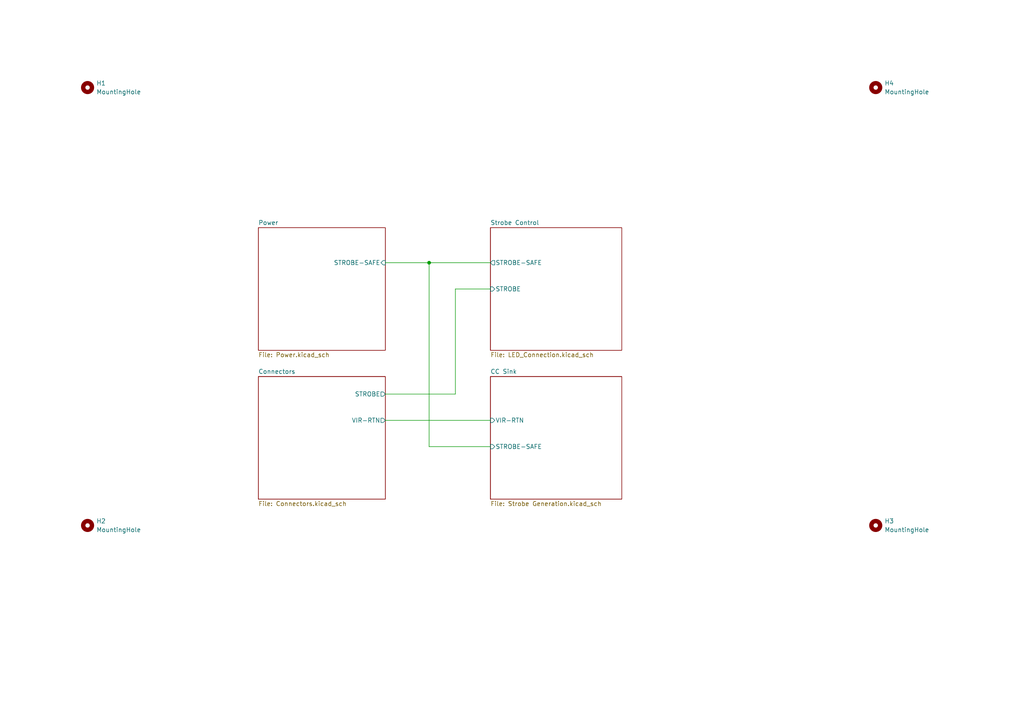
<source format=kicad_sch>
(kicad_sch (version 20250114) (generator "eeschema") (generator_version "9.0")
  (paper "A4")
  (title_block (title "Dual RPi5 Connector Board") (date "2025-09-04") (rev "Rev.1") (company "PiTrac"))
  (lib_symbols
    (symbol "Mechanical:MountingHole" (pin_names (offset 1.016)) (in_bom no)
      (property "Reference" "H" (at 0 5.08 0))
      (property "Value" "MountingHole" (at 0 3.175 0))
      (symbol "MountingHole_0_1"
        (circle (center 0 0) (radius 1.27) (stroke (width 1.27)))
      )
    )
  )
  (junction (at 124.46 76.2))
  (wire (pts (xy 111.76 114.3) (xy 132.08 114.3)))
  (wire (pts (xy 124.46 129.54) (xy 142.24 129.54)))
  (wire (pts (xy 142.24 76.2) (xy 124.46 76.2)))
  (wire (pts (xy 111.76 76.2) (xy 124.46 76.2)))
  (wire (pts (xy 111.76 121.92) (xy 142.24 121.92)))
  (wire (pts (xy 132.08 83.82) (xy 142.24 83.82)))
  (wire (pts (xy 124.46 76.2) (xy 124.46 129.54)))
  (wire (pts (xy 132.08 114.3) (xy 132.08 83.82)))
  (symbol (lib_id "Mechanical:MountingHole") (at 25.4 25.4 0) (unit 1) (in_bom no)
    (property "Reference" "H1" (at 27.94 24.1299 0) (effects (justify left)))
    (property "Value" "MountingHole" (at 27.94 26.6699 0) (effects (justify left)))
    (property "Footprint" "MountingHole:MountingHole_3.5mm" (effects (hide yes)))
    (property "Description" "Mounting Hole without connection" (effects (hide yes)))
  )
  (symbol (lib_id "Mechanical:MountingHole") (at 254 25.4 0) (unit 1) (in_bom no)
    (property "Reference" "H4" (at 256.54 24.1299 0) (effects (justify left)))
    (property "Value" "MountingHole" (at 256.54 26.6699 0) (effects (justify left)))
    (property "Footprint" "MountingHole:MountingHole_3.5mm" (effects (hide yes)))
    (property "Description" "Mounting Hole without connection" (effects (hide yes)))
  )
  (symbol (lib_id "Mechanical:MountingHole") (at 25.4 152.4 0) (unit 1) (in_bom no)
    (property "Reference" "H2" (at 27.94 151.1299 0) (effects (justify left)))
    (property "Value" "MountingHole" (at 27.94 153.6699 0) (effects (justify left)))
    (property "Footprint" "MountingHole:MountingHole_3.5mm" (effects (hide yes)))
    (property "Description" "Mounting Hole without connection" (effects (hide yes)))
  )
  (symbol (lib_id "Mechanical:MountingHole") (at 254 152.4 0) (unit 1) (in_bom no)
    (property "Reference" "H3" (at 256.54 151.1299 0) (effects (justify left)))
    (property "Value" "MountingHole" (at 256.54 153.6699 0) (effects (justify left)))
    (property "Footprint" "MountingHole:MountingHole_3.5mm" (effects (hide yes)))
    (property "Description" "Mounting Hole without connection" (effects (hide yes)))
  )
  (sheet (at 74.93 109.22) (size 36.83 35.56) (stroke (width 0.1524))
    (property "Sheetname" "Connectors" (at 74.93 108.5084 0) (effects (justify left bottom)))
    (property "Sheetfile" "Connectors.kicad_sch" (at 74.93 145.3646 0) (effects (justify left top)))
    (pin "STROBE" output (at 111.76 114.3 0))
    (pin "VIR-RTN" output (at 111.76 121.92 0))
  )
  (sheet (at 142.24 109.22) (size 38.1 35.56) (stroke (width 0.1524))
    (property "Sheetname" "CC Sink" (at 142.24 108.5084 0) (effects (justify left bottom)))
    (property "Sheetfile" "Strobe Generation.kicad_sch" (at 142.24 145.3646 0) (effects (justify left top)))
    (pin "VIR-RTN" input (at 142.24 121.92 180))
    (pin "STROBE-SAFE" input (at 142.24 129.54 180))
  )
  (sheet (at 74.93 66.04) (size 36.83 35.56) (stroke (width 0.1524))
    (property "Sheetname" "Power" (at 74.93 65.3284 0) (effects (justify left bottom)))
    (property "Sheetfile" "Power.kicad_sch" (at 74.93 102.1846 0) (effects (justify left top)))
    (pin "STROBE-SAFE" input (at 111.76 76.2 0))
  )
  (sheet (at 142.24 66.04) (size 38.1 35.56) (stroke (width 0.1524))
    (property "Sheetname" "Strobe Control" (at 142.24 65.3284 0) (effects (justify left bottom)))
    (property "Sheetfile" "LED_Connection.kicad_sch" (at 142.24 102.1846 0) (effects (justify left top)))
    (pin "STROBE-SAFE" output (at 142.24 76.2 180))
    (pin "STROBE" input (at 142.24 83.82 180))
  )
)
</source>
